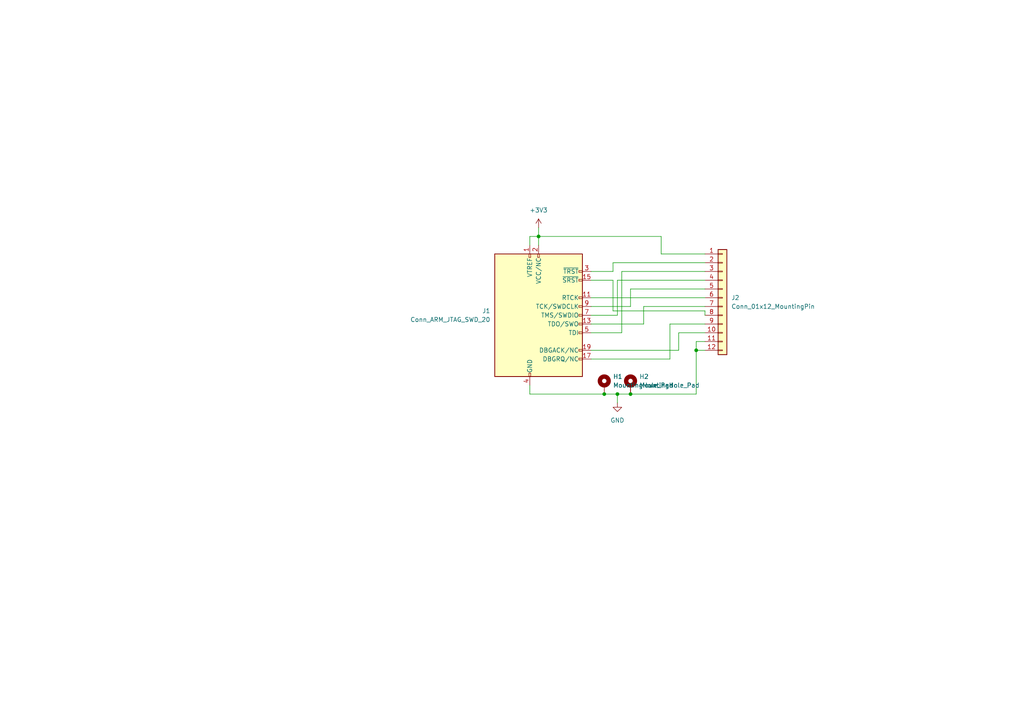
<source format=kicad_sch>
(kicad_sch (version 20230121) (generator eeschema)
  (paper "A4")
  (title_block (title "ARM 2x10 JTAG Breakout Board") (date "2023-10-01") (rev "1") (company "https://github.com/hharte/jtag-breakout"))
  (lib_symbols
    (symbol "Connector:Conn_ARM_JTAG_SWD_20" (pin_names (offset 1.016))
      (property "Reference" "J" (at -5.08 21.59 0))
      (property "Value" "Conn_ARM_JTAG_SWD_20" (at -5.08 19.05 0))
      (symbol "Conn_ARM_JTAG_SWD_20_0_1"
        (rectangle (start -12.7 17.78) (end 12.7 -17.78) (stroke (width 0.254)) (fill (type background)))
        (rectangle (start -2.794 -17.78) (end -2.286 -16.764))
        (rectangle (start -2.794 17.78) (end -2.286 16.764))
        (rectangle (start -0.254 17.78) (end 0.254 16.764))
        (rectangle (start 11.684 2.286) (end 12.7 2.794))
        (rectangle (start 12.7 -12.446) (end 11.684 -12.954))
        (rectangle (start 12.7 -9.906) (end 11.684 -10.414))
        (rectangle (start 12.7 -2.794) (end 11.684 -2.286))
        (rectangle (start 12.7 -0.254) (end 11.684 0.254))
        (rectangle (start 12.7 4.826) (end 11.684 5.334))
        (rectangle (start 12.7 10.414) (end 11.684 9.906))
        (rectangle (start 12.7 12.954) (end 11.684 12.446))
      )
      (symbol "Conn_ARM_JTAG_SWD_20_1_1"
        (rectangle (start 11.684 -5.334) (end 12.7 -4.826))
        (pin power_in line (at -2.54 20.32 270) (length 2.54) (name "VTREF") (number "1"))
        (pin passive line (at -2.54 -20.32 90) (length 2.54) hide (name "GND") (number "10"))
        (pin input line (at 15.24 5.08 180) (length 2.54) (name "RTCK") (number "11"))
        (pin passive line (at -2.54 -20.32 90) (length 2.54) hide (name "GND") (number "12"))
        (pin input line (at 15.24 -2.54 180) (length 2.54) (name "TDO/SWO") (number "13"))
        (pin passive line (at -2.54 -20.32 90) (length 2.54) hide (name "GND") (number "14"))
        (pin bidirectional line (at 15.24 10.16 180) (length 2.54) (name "~{SRST}") (number "15"))
        (pin passive line (at -2.54 -20.32 90) (length 2.54) hide (name "GND") (number "16"))
        (pin output line (at 15.24 -12.7 180) (length 2.54) (name "DBGRQ/NC") (number "17"))
        (pin passive line (at -2.54 -20.32 90) (length 2.54) hide (name "GND") (number "18"))
        (pin input line (at 15.24 -10.16 180) (length 2.54) (name "DBGACK/NC") (number "19"))
        (pin power_in line (at 0 20.32 270) (length 2.54) (name "VCC/NC") (number "2"))
        (pin passive line (at -2.54 -20.32 90) (length 2.54) hide (name "GND") (number "20"))
        (pin output line (at 15.24 12.7 180) (length 2.54) (name "~{TRST}") (number "3"))
        (pin power_in line (at -2.54 -20.32 90) (length 2.54) (name "GND") (number "4"))
        (pin output line (at 15.24 -5.08 180) (length 2.54) (name "TDI") (number "5"))
        (pin passive line (at -2.54 -20.32 90) (length 2.54) hide (name "GND") (number "6"))
        (pin output line (at 15.24 0 180) (length 2.54) (name "TMS/SWDIO") (number "7"))
        (pin passive line (at -2.54 -20.32 90) (length 2.54) hide (name "GND") (number "8"))
        (pin output line (at 15.24 2.54 180) (length 2.54) (name "TCK/SWDCLK") (number "9"))
      )
    )
    (symbol "Connector_Generic:Conn_01x12" (pin_names (offset 1.016) hide)
      (property "Reference" "J" (at 0 15.24 0))
      (property "Value" "Conn_01x12" (at 0 -17.78 0))
      (symbol "Conn_01x12_1_1"
        (rectangle (start -1.27 -15.113) (end 0 -15.367) (stroke (width 0.1524)))
        (rectangle (start -1.27 -12.573) (end 0 -12.827) (stroke (width 0.1524)))
        (rectangle (start -1.27 -10.033) (end 0 -10.287) (stroke (width 0.1524)))
        (rectangle (start -1.27 -7.493) (end 0 -7.747) (stroke (width 0.1524)))
        (rectangle (start -1.27 -4.953) (end 0 -5.207) (stroke (width 0.1524)))
        (rectangle (start -1.27 -2.413) (end 0 -2.667) (stroke (width 0.1524)))
        (rectangle (start -1.27 0.127) (end 0 -0.127) (stroke (width 0.1524)))
        (rectangle (start -1.27 2.667) (end 0 2.413) (stroke (width 0.1524)))
        (rectangle (start -1.27 5.207) (end 0 4.953) (stroke (width 0.1524)))
        (rectangle (start -1.27 7.747) (end 0 7.493) (stroke (width 0.1524)))
        (rectangle (start -1.27 10.287) (end 0 10.033) (stroke (width 0.1524)))
        (rectangle (start -1.27 12.827) (end 0 12.573) (stroke (width 0.1524)))
        (rectangle (start -1.27 13.97) (end 1.27 -16.51) (stroke (width 0.254)) (fill (type background)))
        (pin passive line (at -5.08 12.7 0) (length 3.81) (name "Pin_1") (number "1"))
        (pin passive line (at -5.08 -10.16 0) (length 3.81) (name "Pin_10") (number "10"))
        (pin passive line (at -5.08 -12.7 0) (length 3.81) (name "Pin_11") (number "11"))
        (pin passive line (at -5.08 -15.24 0) (length 3.81) (name "Pin_12") (number "12"))
        (pin passive line (at -5.08 10.16 0) (length 3.81) (name "Pin_2") (number "2"))
        (pin passive line (at -5.08 7.62 0) (length 3.81) (name "Pin_3") (number "3"))
        (pin passive line (at -5.08 5.08 0) (length 3.81) (name "Pin_4") (number "4"))
        (pin passive line (at -5.08 2.54 0) (length 3.81) (name "Pin_5") (number "5"))
        (pin passive line (at -5.08 0 0) (length 3.81) (name "Pin_6") (number "6"))
        (pin passive line (at -5.08 -2.54 0) (length 3.81) (name "Pin_7") (number "7"))
        (pin passive line (at -5.08 -5.08 0) (length 3.81) (name "Pin_8") (number "8"))
        (pin passive line (at -5.08 -7.62 0) (length 3.81) (name "Pin_9") (number "9"))
      )
    )
    (symbol "Mechanical:MountingHole_Pad" (pin_numbers hide) (pin_names (offset 1.016) hide)
      (property "Reference" "H" (at 0 6.35 0))
      (property "Value" "MountingHole_Pad" (at 0 4.445 0))
      (symbol "MountingHole_Pad_0_1"
        (circle (center 0 1.27) (radius 1.27) (stroke (width 1.27)))
      )
      (symbol "MountingHole_Pad_1_1"
        (pin input line (at 0 -2.54 90) (length 2.54) (name "1") (number "1"))
      )
    )
    (symbol "power:+3V3" (power) (pin_names (offset 0))
      (property "Value" "+3V3" (at 0 3.556 0))
      (symbol "+3V3_0_1"
        (polyline (pts (xy -0.762 1.27) (xy 0 2.54)))
        (polyline (pts (xy 0 0) (xy 0 2.54)))
        (polyline (pts (xy 0 2.54) (xy 0.762 1.27)))
      )
      (symbol "+3V3_1_1"
        (pin power_in line (at 0 0 90) (length 0) hide (name "+3V3") (number "1"))
      )
    )
    (symbol "power:GND" (power) (pin_names (offset 0))
      (property "Value" "GND" (at 0 -3.81 0))
      (symbol "GND_0_1"
        (polyline (pts (xy 0 0) (xy 0 -1.27) (xy 1.27 -1.27) (xy 0 -2.54) (xy -1.27 -1.27) (xy 0 -1.27)))
      )
      (symbol "GND_1_1"
        (pin power_in line (at 0 0 270) (length 0) hide (name "GND") (number "1"))
      )
    )
  )
  (junction (at 179.07 114.3))
  (junction (at 175.26 114.3))
  (junction (at 182.88 114.3))
  (junction (at 201.93 101.6))
  (junction (at 156.21 68.58))
  (wire (pts (xy 179.07 91.44) (xy 179.07 81.28)))
  (wire (pts (xy 171.45 81.28) (xy 177.8 81.28)))
  (wire (pts (xy 171.45 104.14) (xy 194.31 104.14)))
  (wire (pts (xy 177.8 90.17) (xy 204.47 90.17)))
  (wire (pts (xy 153.67 68.58) (xy 156.21 68.58)))
  (wire (pts (xy 180.34 96.52) (xy 180.34 78.74)))
  (wire (pts (xy 201.93 101.6) (xy 204.47 101.6)))
  (wire (pts (xy 153.67 114.3) (xy 153.67 111.76)))
  (wire (pts (xy 179.07 114.3) (xy 179.07 116.84)))
  (wire (pts (xy 156.21 68.58) (xy 191.77 68.58)))
  (wire (pts (xy 204.47 99.06) (xy 201.93 99.06)))
  (wire (pts (xy 179.07 81.28) (xy 204.47 81.28)))
  (wire (pts (xy 186.69 88.9) (xy 204.47 88.9)))
  (wire (pts (xy 182.88 114.3) (xy 179.07 114.3)))
  (wire (pts (xy 191.77 68.58) (xy 191.77 73.66)))
  (wire (pts (xy 179.07 114.3) (xy 175.26 114.3)))
  (wire (pts (xy 191.77 73.66) (xy 204.47 73.66)))
  (wire (pts (xy 186.69 88.9) (xy 186.69 93.98)))
  (wire (pts (xy 194.31 93.98) (xy 204.47 93.98)))
  (wire (pts (xy 171.45 96.52) (xy 180.34 96.52)))
  (wire (pts (xy 156.21 66.04) (xy 156.21 68.58)))
  (wire (pts (xy 182.88 88.9) (xy 182.88 83.82)))
  (wire (pts (xy 196.85 96.52) (xy 204.47 96.52)))
  (wire (pts (xy 171.45 101.6) (xy 196.85 101.6)))
  (wire (pts (xy 177.8 76.2) (xy 177.8 78.74)))
  (wire (pts (xy 171.45 86.36) (xy 204.47 86.36)))
  (wire (pts (xy 201.93 114.3) (xy 182.88 114.3)))
  (wire (pts (xy 153.67 71.12) (xy 153.67 68.58)))
  (wire (pts (xy 156.21 68.58) (xy 156.21 71.12)))
  (wire (pts (xy 175.26 114.3) (xy 153.67 114.3)))
  (wire (pts (xy 201.93 99.06) (xy 201.93 101.6)))
  (wire (pts (xy 194.31 93.98) (xy 194.31 104.14)))
  (wire (pts (xy 204.47 90.17) (xy 204.47 91.44)))
  (wire (pts (xy 180.34 78.74) (xy 204.47 78.74)))
  (wire (pts (xy 186.69 93.98) (xy 171.45 93.98)))
  (wire (pts (xy 182.88 83.82) (xy 204.47 83.82)))
  (wire (pts (xy 177.8 76.2) (xy 204.47 76.2)))
  (wire (pts (xy 171.45 88.9) (xy 182.88 88.9)))
  (wire (pts (xy 177.8 81.28) (xy 177.8 90.17)))
  (wire (pts (xy 171.45 91.44) (xy 179.07 91.44)))
  (wire (pts (xy 171.45 78.74) (xy 177.8 78.74)))
  (wire (pts (xy 201.93 101.6) (xy 201.93 114.3)))
  (wire (pts (xy 196.85 101.6) (xy 196.85 96.52)))
  (symbol (lib_id "Mechanical:MountingHole_Pad") (at 182.88 111.76 0) (unit 1)
    (property "Reference" "H2" (at 185.42 109.22 0) (effects (justify left)))
    (property "Value" "MountingHole_Pad" (at 185.42 111.76 0) (effects (justify left)))
    (property "Footprint" "MountingHole:MountingHole_3.7mm_Pad" (effects hide))
  )
  (symbol (lib_id "Connector:Conn_ARM_JTAG_SWD_20") (at 156.21 91.44 0) (unit 1)
    (property "Reference" "J1" (at 142.24 90.17 0) (effects (justify right)))
    (property "Value" "Conn_ARM_JTAG_SWD_20" (at 142.24 92.71 0) (effects (justify right)))
    (property "Footprint" "Connector_IDC:IDC-Header_2x10_P2.54mm_Vertical" (effects hide))
    (property "Datasheet" "http://infocenter.arm.com/help/topic/com.arm.doc.dui0499b/DUI0499B_system_design_reference.pdf" (effects hide))
  )
  (symbol (lib_id "Mechanical:MountingHole_Pad") (at 175.26 111.76 0) (unit 1)
    (property "Reference" "H1" (at 177.8 109.22 0) (effects (justify left)))
    (property "Value" "MountingHole_Pad" (at 177.8 111.76 0) (effects (justify left)))
    (property "Footprint" "MountingHole:MountingHole_3.7mm_Pad" (effects hide))
  )
  (symbol (lib_id "power:+3V3") (at 156.21 66.04 0) (unit 1)
    (property "Reference" "#PWR02" (effects hide))
    (property "Value" "+3V3" (at 156.21 60.96 0))
  )
  (symbol (lib_id "power:GND") (at 179.07 116.84 0) (unit 1)
    (property "Reference" "#PWR01" (effects hide))
    (property "Value" "GND" (at 179.07 121.92 0))
  )
  (symbol (lib_id "Connector_Generic:Conn_01x12") (at 209.55 86.36 0) (unit 1)
    (property "Reference" "J2" (at 212.09 86.36 0) (effects (justify left)))
    (property "Value" "Conn_01x12_MountingPin" (at 212.09 88.9 0) (effects (justify left)))
    (property "Footprint" "Connector_PinHeader_2.54mm:PinHeader_1x12_P2.54mm_Horizontal" (effects hide))
  )
)
</source>
